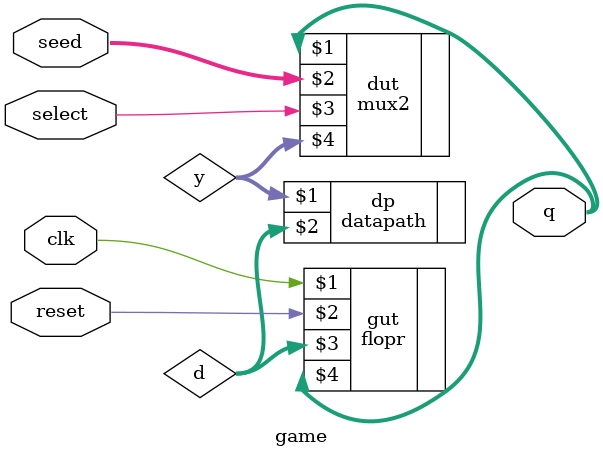
<source format=sv>

/*module flopr #(parameter WIDTH = 8) ( 
  input  logic             clk, reset,
  input  logic [WIDTH-1:0] d, 
  output logic [WIDTH-1:0] q);

  always_ff @(posedge clk)
    if (reset) q <= #1 0;
    else       q <= #1 d;
endmodule*/

module game(output logic [63:0] q, input logic clk,  input logic reset, input logic [63:0]seed,input select);
logic [63:0] y;
logic [63:0] d;



mux2 #(64) dut(q,seed,select,y);
flopr #(64) gut(clk, reset,d,q);
datapath dp(y,d); 


endmodule

</source>
